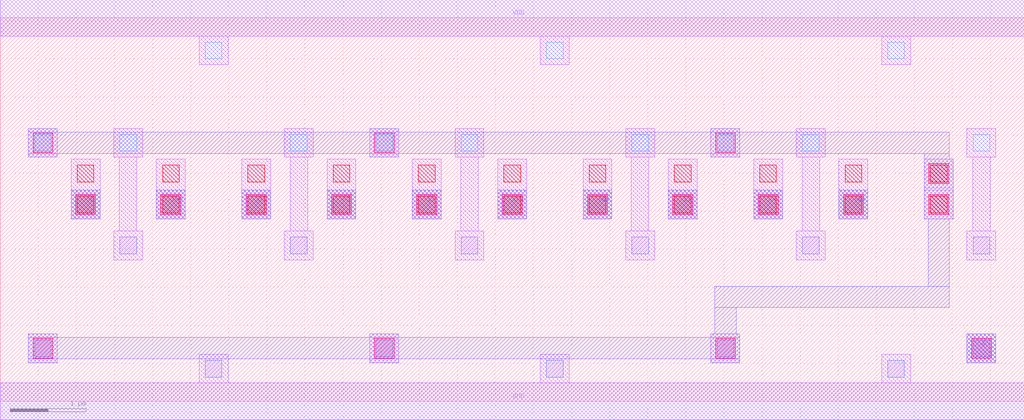
<source format=lef>
MACRO MUX5
 CLASS CORE ;
 FOREIGN MUX5 0 0 ;
 SIZE 13.44 BY 5.04 ;
 ORIGIN 0 0 ;
 SYMMETRY X Y R90 ;
 SITE unit ;
  PIN VDD
   DIRECTION INOUT ;
   USE POWER ;
   SHAPE ABUTMENT ;
    PORT
     CLASS CORE ;
       LAYER met1 ;
        RECT 0.00000000 4.80000000 13.44000000 5.28000000 ;
    END
  END VDD

  PIN GND
   DIRECTION INOUT ;
   USE POWER ;
   SHAPE ABUTMENT ;
    PORT
     CLASS CORE ;
       LAYER met1 ;
        RECT 0.00000000 -0.24000000 13.44000000 0.24000000 ;
    END
  END GND

  PIN Z
   DIRECTION INOUT ;
   USE SIGNAL ;
   SHAPE ABUTMENT ;
    PORT
     CLASS CORE ;
       LAYER met2 ;
        RECT 12.69000000 0.50700000 13.07000000 0.88700000 ;
    END
  END Z

  PIN IN1
   DIRECTION INOUT ;
   USE SIGNAL ;
   SHAPE ABUTMENT ;
    PORT
     CLASS CORE ;
       LAYER met2 ;
        RECT 6.53000000 2.39700000 6.91000000 2.77700000 ;
    END
  END IN1

  PIN IN4
   DIRECTION INOUT ;
   USE SIGNAL ;
   SHAPE ABUTMENT ;
    PORT
     CLASS CORE ;
       LAYER met2 ;
        RECT 11.01000000 2.39700000 11.39000000 2.77700000 ;
    END
  END IN4

  PIN S2
   DIRECTION INOUT ;
   USE SIGNAL ;
   SHAPE ABUTMENT ;
    PORT
     CLASS CORE ;
       LAYER met2 ;
        RECT 4.29000000 2.39700000 4.67000000 2.77700000 ;
    END
  END S2

  PIN IN3
   DIRECTION INOUT ;
   USE SIGNAL ;
   SHAPE ABUTMENT ;
    PORT
     CLASS CORE ;
       LAYER met2 ;
        RECT 7.65000000 2.39700000 8.03000000 2.77700000 ;
    END
  END IN3

  PIN S4
   DIRECTION INOUT ;
   USE SIGNAL ;
   SHAPE ABUTMENT ;
    PORT
     CLASS CORE ;
       LAYER met2 ;
        RECT 9.89000000 2.39700000 10.27000000 2.77700000 ;
    END
  END S4

  PIN IN0
   DIRECTION INOUT ;
   USE SIGNAL ;
   SHAPE ABUTMENT ;
    PORT
     CLASS CORE ;
       LAYER met2 ;
        RECT 2.05000000 2.39700000 2.43000000 2.77700000 ;
    END
  END IN0

  PIN S3
   DIRECTION INOUT ;
   USE SIGNAL ;
   SHAPE ABUTMENT ;
    PORT
     CLASS CORE ;
       LAYER met2 ;
        RECT 8.77000000 2.39700000 9.15000000 2.77700000 ;
    END
  END S3

  PIN S1
   DIRECTION INOUT ;
   USE SIGNAL ;
   SHAPE ABUTMENT ;
    PORT
     CLASS CORE ;
       LAYER met2 ;
        RECT 5.41000000 2.39700000 5.79000000 2.77700000 ;
    END
  END S1

  PIN S0
   DIRECTION INOUT ;
   USE SIGNAL ;
   SHAPE ABUTMENT ;
    PORT
     CLASS CORE ;
       LAYER met2 ;
        RECT 0.93000000 2.39700000 1.31000000 2.77700000 ;
    END
  END S0

  PIN IN2
   DIRECTION INOUT ;
   USE SIGNAL ;
   SHAPE ABUTMENT ;
    PORT
     CLASS CORE ;
       LAYER met2 ;
        RECT 3.17000000 2.39700000 3.55000000 2.77700000 ;
    END
  END IN2

 OBS
    LAYER polycont ;
     RECT 1.01000000 2.47700000 1.23000000 2.69700000 ;
     RECT 2.13000000 2.47700000 2.35000000 2.69700000 ;
     RECT 3.25000000 2.47700000 3.47000000 2.69700000 ;
     RECT 4.37000000 2.47700000 4.59000000 2.69700000 ;
     RECT 5.49000000 2.47700000 5.71000000 2.69700000 ;
     RECT 6.61000000 2.47700000 6.83000000 2.69700000 ;
     RECT 7.73000000 2.47700000 7.95000000 2.69700000 ;
     RECT 8.85000000 2.47700000 9.07000000 2.69700000 ;
     RECT 9.97000000 2.47700000 10.19000000 2.69700000 ;
     RECT 11.09000000 2.47700000 11.31000000 2.69700000 ;
     RECT 12.21000000 2.47700000 12.43000000 2.69700000 ;
     RECT 1.01000000 2.88200000 1.23000000 3.10200000 ;
     RECT 2.13000000 2.88200000 2.35000000 3.10200000 ;
     RECT 3.25000000 2.88200000 3.47000000 3.10200000 ;
     RECT 4.37000000 2.88200000 4.59000000 3.10200000 ;
     RECT 5.49000000 2.88200000 5.71000000 3.10200000 ;
     RECT 6.61000000 2.88200000 6.83000000 3.10200000 ;
     RECT 7.73000000 2.88200000 7.95000000 3.10200000 ;
     RECT 8.85000000 2.88200000 9.07000000 3.10200000 ;
     RECT 9.97000000 2.88200000 10.19000000 3.10200000 ;
     RECT 11.09000000 2.88200000 11.31000000 3.10200000 ;
     RECT 12.21000000 2.88200000 12.43000000 3.10200000 ;

    LAYER pdiffc ;
     RECT 0.45000000 3.28700000 0.67000000 3.50700000 ;
     RECT 1.57000000 3.28700000 1.79000000 3.50700000 ;
     RECT 3.81000000 3.28700000 4.03000000 3.50700000 ;
     RECT 4.93000000 3.28700000 5.15000000 3.50700000 ;
     RECT 6.05000000 3.28700000 6.27000000 3.50700000 ;
     RECT 8.29000000 3.28700000 8.51000000 3.50700000 ;
     RECT 9.41000000 3.28700000 9.63000000 3.50700000 ;
     RECT 10.53000000 3.28700000 10.75000000 3.50700000 ;
     RECT 12.77000000 3.28700000 12.99000000 3.50700000 ;
     RECT 2.69000000 4.50200000 2.91000000 4.72200000 ;
     RECT 7.17000000 4.50200000 7.39000000 4.72200000 ;
     RECT 11.65000000 4.50200000 11.87000000 4.72200000 ;

    LAYER ndiffc ;
     RECT 2.69000000 0.31700000 2.91000000 0.53700000 ;
     RECT 7.17000000 0.31700000 7.39000000 0.53700000 ;
     RECT 11.65000000 0.31700000 11.87000000 0.53700000 ;
     RECT 0.45000000 0.58700000 0.67000000 0.80700000 ;
     RECT 4.93000000 0.58700000 5.15000000 0.80700000 ;
     RECT 9.41000000 0.58700000 9.63000000 0.80700000 ;
     RECT 12.77000000 0.58700000 12.99000000 0.80700000 ;
     RECT 1.57000000 1.93700000 1.79000000 2.15700000 ;
     RECT 3.81000000 1.93700000 4.03000000 2.15700000 ;
     RECT 6.05000000 1.93700000 6.27000000 2.15700000 ;
     RECT 8.29000000 1.93700000 8.51000000 2.15700000 ;
     RECT 10.53000000 1.93700000 10.75000000 2.15700000 ;
     RECT 12.77000000 1.93700000 12.99000000 2.15700000 ;

    LAYER met1 ;
     RECT 0.00000000 -0.24000000 13.44000000 0.24000000 ;
     RECT 2.61000000 0.24000000 2.99000000 0.61700000 ;
     RECT 7.09000000 0.24000000 7.47000000 0.61700000 ;
     RECT 11.57000000 0.24000000 11.95000000 0.61700000 ;
     RECT 0.37000000 0.50700000 0.75000000 0.88700000 ;
     RECT 4.85000000 0.50700000 5.23000000 0.88700000 ;
     RECT 9.33000000 0.50700000 9.71000000 0.88700000 ;
     RECT 12.69000000 0.50700000 13.07000000 0.88700000 ;
     RECT 12.13000000 2.39700000 12.51000000 2.77700000 ;
     RECT 0.93000000 2.39700000 1.31000000 3.18200000 ;
     RECT 2.05000000 2.39700000 2.43000000 3.18200000 ;
     RECT 3.17000000 2.39700000 3.55000000 3.18200000 ;
     RECT 4.29000000 2.39700000 4.67000000 3.18200000 ;
     RECT 5.41000000 2.39700000 5.79000000 3.18200000 ;
     RECT 6.53000000 2.39700000 6.91000000 3.18200000 ;
     RECT 7.65000000 2.39700000 8.03000000 3.18200000 ;
     RECT 8.77000000 2.39700000 9.15000000 3.18200000 ;
     RECT 9.89000000 2.39700000 10.27000000 3.18200000 ;
     RECT 11.01000000 2.39700000 11.39000000 3.18200000 ;
     RECT 12.13000000 2.80200000 12.51000000 3.18200000 ;
     RECT 0.37000000 3.20700000 0.75000000 3.58700000 ;
     RECT 1.49000000 1.85700000 1.87000000 2.23700000 ;
     RECT 1.56500000 2.23700000 1.79500000 3.20700000 ;
     RECT 1.49000000 3.20700000 1.87000000 3.58700000 ;
     RECT 3.73000000 1.85700000 4.11000000 2.23700000 ;
     RECT 3.80500000 2.23700000 4.03500000 3.20700000 ;
     RECT 3.73000000 3.20700000 4.11000000 3.58700000 ;
     RECT 4.85000000 3.20700000 5.23000000 3.58700000 ;
     RECT 5.97000000 1.85700000 6.35000000 2.23700000 ;
     RECT 6.04500000 2.23700000 6.27500000 3.20700000 ;
     RECT 5.97000000 3.20700000 6.35000000 3.58700000 ;
     RECT 8.21000000 1.85700000 8.59000000 2.23700000 ;
     RECT 8.28500000 2.23700000 8.51500000 3.20700000 ;
     RECT 8.21000000 3.20700000 8.59000000 3.58700000 ;
     RECT 9.33000000 3.20700000 9.71000000 3.58700000 ;
     RECT 10.45000000 1.85700000 10.83000000 2.23700000 ;
     RECT 10.52500000 2.23700000 10.75500000 3.20700000 ;
     RECT 10.45000000 3.20700000 10.83000000 3.58700000 ;
     RECT 12.69000000 1.85700000 13.07000000 2.23700000 ;
     RECT 12.76500000 2.23700000 12.99500000 3.20700000 ;
     RECT 12.69000000 3.20700000 13.07000000 3.58700000 ;
     RECT 2.61000000 4.42200000 2.99000000 4.80000000 ;
     RECT 7.09000000 4.42200000 7.47000000 4.80000000 ;
     RECT 11.57000000 4.42200000 11.95000000 4.80000000 ;
     RECT 0.00000000 4.80000000 13.44000000 5.28000000 ;

    LAYER via1 ;
     RECT 0.43000000 0.56700000 0.69000000 0.82700000 ;
     RECT 4.91000000 0.56700000 5.17000000 0.82700000 ;
     RECT 9.39000000 0.56700000 9.65000000 0.82700000 ;
     RECT 12.75000000 0.56700000 13.01000000 0.82700000 ;
     RECT 0.99000000 2.45700000 1.25000000 2.71700000 ;
     RECT 2.11000000 2.45700000 2.37000000 2.71700000 ;
     RECT 3.23000000 2.45700000 3.49000000 2.71700000 ;
     RECT 4.35000000 2.45700000 4.61000000 2.71700000 ;
     RECT 5.47000000 2.45700000 5.73000000 2.71700000 ;
     RECT 6.59000000 2.45700000 6.85000000 2.71700000 ;
     RECT 7.71000000 2.45700000 7.97000000 2.71700000 ;
     RECT 8.83000000 2.45700000 9.09000000 2.71700000 ;
     RECT 9.95000000 2.45700000 10.21000000 2.71700000 ;
     RECT 11.07000000 2.45700000 11.33000000 2.71700000 ;
     RECT 12.19000000 2.45700000 12.45000000 2.71700000 ;
     RECT 12.19000000 2.86200000 12.45000000 3.12200000 ;
     RECT 0.43000000 3.26700000 0.69000000 3.52700000 ;
     RECT 4.91000000 3.26700000 5.17000000 3.52700000 ;
     RECT 9.39000000 3.26700000 9.65000000 3.52700000 ;

    LAYER met2 ;
     RECT 12.69000000 0.50700000 13.07000000 0.88700000 ;
     RECT 0.93000000 2.39700000 1.31000000 2.77700000 ;
     RECT 2.05000000 2.39700000 2.43000000 2.77700000 ;
     RECT 3.17000000 2.39700000 3.55000000 2.77700000 ;
     RECT 4.29000000 2.39700000 4.67000000 2.77700000 ;
     RECT 5.41000000 2.39700000 5.79000000 2.77700000 ;
     RECT 6.53000000 2.39700000 6.91000000 2.77700000 ;
     RECT 7.65000000 2.39700000 8.03000000 2.77700000 ;
     RECT 8.77000000 2.39700000 9.15000000 2.77700000 ;
     RECT 9.89000000 2.39700000 10.27000000 2.77700000 ;
     RECT 11.01000000 2.39700000 11.39000000 2.77700000 ;
     RECT 0.37000000 0.50700000 0.75000000 0.55700000 ;
     RECT 4.85000000 0.50700000 5.23000000 0.55700000 ;
     RECT 9.33000000 0.50700000 9.71000000 0.55700000 ;
     RECT 0.37000000 0.55700000 9.71000000 0.83700000 ;
     RECT 0.37000000 0.83700000 0.75000000 0.88700000 ;
     RECT 4.85000000 0.83700000 5.23000000 0.88700000 ;
     RECT 9.33000000 0.83700000 9.71000000 0.88700000 ;
     RECT 9.38000000 0.88700000 9.66000000 1.23200000 ;
     RECT 9.38000000 1.23200000 12.46000000 1.51200000 ;
     RECT 12.18000000 1.51200000 12.46000000 2.39700000 ;
     RECT 12.13000000 2.39700000 12.51000000 3.18200000 ;
     RECT 0.37000000 3.20700000 0.75000000 3.25700000 ;
     RECT 4.85000000 3.20700000 5.23000000 3.25700000 ;
     RECT 9.33000000 3.20700000 9.71000000 3.25700000 ;
     RECT 12.13000000 3.18200000 12.46000000 3.25700000 ;
     RECT 0.37000000 3.25700000 12.46000000 3.53700000 ;
     RECT 0.37000000 3.53700000 0.75000000 3.58700000 ;
     RECT 4.85000000 3.53700000 5.23000000 3.58700000 ;
     RECT 9.33000000 3.53700000 9.71000000 3.58700000 ;

 END
END MUX5

</source>
